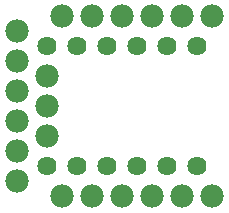
<source format=gbl>
G04 MADE WITH FRITZING*
G04 WWW.FRITZING.ORG*
G04 DOUBLE SIDED*
G04 HOLES PLATED*
G04 CONTOUR ON CENTER OF CONTOUR VECTOR*
%ASAXBY*%
%FSLAX23Y23*%
%MOIN*%
%OFA0B0*%
%SFA1.0B1.0*%
%ADD10C,0.078000*%
%ADD11C,0.064000*%
%LNCOPPER0*%
G90*
G70*
G54D10*
X203Y249D03*
X203Y349D03*
X203Y449D03*
G54D11*
X303Y549D03*
X403Y549D03*
X503Y549D03*
X603Y549D03*
X703Y549D03*
X703Y149D03*
X603Y149D03*
X503Y149D03*
X403Y149D03*
X303Y149D03*
X203Y149D03*
X203Y549D03*
G54D10*
X753Y649D03*
X653Y649D03*
X553Y649D03*
X453Y649D03*
X353Y649D03*
X253Y649D03*
X753Y49D03*
X653Y49D03*
X553Y49D03*
X453Y49D03*
X353Y49D03*
X253Y49D03*
X103Y599D03*
X103Y499D03*
X103Y399D03*
X103Y299D03*
X103Y199D03*
X103Y99D03*
G04 End of Copper0*
M02*
</source>
